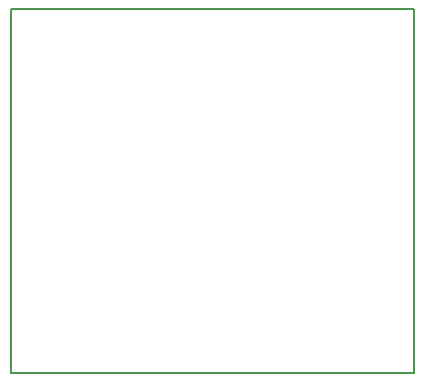
<source format=gbr>
G04 DipTrace 2.4.0.2*
%INBoardOutline.gbr*%
%MOMM*%
%ADD11C,0.14*%
%FSLAX53Y53*%
G04*
G71*
G90*
G75*
G01*
%LNBoardOutline*%
%LPD*%
X10000Y40798D2*
D11*
X44131D1*
Y10000D1*
X10000D1*
Y40798D1*
M02*

</source>
